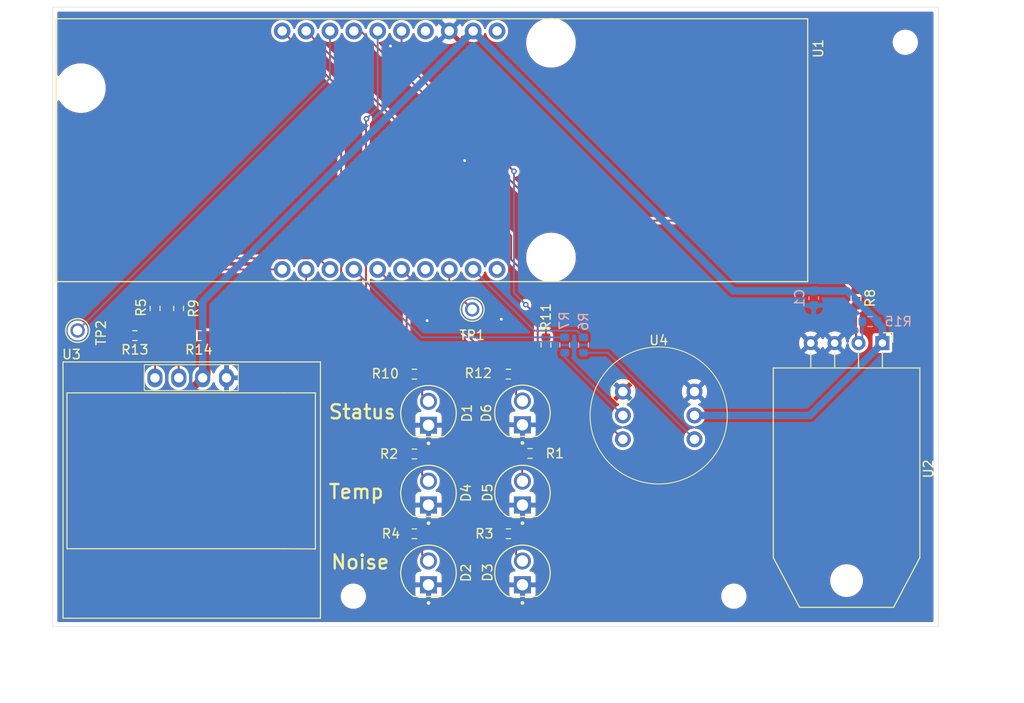
<source format=kicad_pcb>
(kicad_pcb (version 20241229) (generator "pcbnew") (generator_version "9.0")
  (layers (0 "F.Cu" signal) (2 "B.Cu" signal) (13 "F.Paste" user) (15 "B.Paste" user) (5 "F.SilkS" user "F.Silkscreen") (7 "B.SilkS" user "B.Silkscreen") (1 "F.Mask" user) (3 "B.Mask" user) (25 "Edge.Cuts" user))
  (net 0 "")
  (net 1 "+3.3V")
  (net 2 "GND")
  (net 3 "Net-(U1-GPIO2)")
  (net 4 "Net-(U1-GPIO4)")
  (net 5 "Net-(U2-SDA)")
  (net 6 "Net-(U1-GPIO13)")
  (net 7 "Net-(U3-SDA)")
  (net 8 "Net-(U3-SCL)")
  (net 9 "Net-(U1-GPIO15)")
  (net 10 "Net-(U1-GPIO16)")
  (net 15 "Net-(D2-PadA)")
  (net 16 "Net-(U1-GPI36)")
  (net 17 "Net-(U4-SCK)")
  (net 18 "Net-(U4-SD)")
  (net 19 "Net-(U4-WS)")
  (net 20 "Net-(D1-PadA)")
  (net 21 "Net-(D3-PadA)")
  (net 22 "Net-(D4-PadA)")
  (net 23 "Net-(D5-PadA)")
  (net 24 "Net-(D6-PadA)")
  (net 25 "Net-(U1-GPIO1)")
  (net 26 "Net-(U1-GPIO14)")
  (net 27 "Net-(U1-GPIO5)")
  (net 28 "Net-(U1-GPIO33)")
  (net 29 "Net-(U1-GPIO32)")
  (net 30 "Net-(U1-GPIO0)")
  (net 31 "Net-(U1-GPI35)")
  (net 32 "Net-(U1-GPIO3)")
  (footprint "Custom_Parts:5002" (layer "F.Cu") (at 77.65 80.95 -90)
    (property "Reference" "TP2" (at 0.25 -2.5 90) (layer "F.SilkS"))
    (property "Value" "5002" (hide yes))
    (fp_circle (center 0 0) (end 1.27 0) (stroke (width 0.127)) (fill no) (layer "F.SilkS"))
    (pad "TP" thru_hole circle (at 0 0 270) (size 1.53 1.53) (drill 1.02) (layers "*.Cu" "*.Mask") (net 32 "Net-(U1-GPIO3)"))
  )
  (footprint "Resistor_SMD:R_0603_1608Metric" (layer "F.Cu") (at 125.8 94.05)
    (property "Reference" "R1" (at 2.65 0 0) (layer "F.SilkS"))
    (property "Value" "68R" (hide yes))
    (fp_line (start -0.237258 -0.5225) (end 0.237258 -0.5225) (stroke (width 0.12)) (layer "F.SilkS"))
    (fp_line (start -0.237258 0.5225) (end 0.237258 0.5225) (stroke (width 0.12)) (layer "F.SilkS"))
    (pad "1" smd roundrect (at -0.825 0) (size 0.8 0.95) (layers "F.Cu" "F.Mask" "F.Paste") (net 23 "Net-(D5-PadA)"))
    (pad "2" smd roundrect (at 0.825 0) (size 0.8 0.95) (layers "F.Cu" "F.Mask" "F.Paste") (net 30 "Net-(U1-GPIO0)"))
  )
  (footprint "Custom_Parts:Standard_LED_Throughhole" (layer "F.Cu") (at 125 106.77 90)
    (property "Reference" "D3" (at 0.04 -3.708 90) (layer "F.SilkS"))
    (property "Value" "LED" (hide yes))
    (fp_line (start -2.5 -1.566) (end -2.5 1.566) (stroke (width 0.127)) (layer "F.SilkS"))
    (fp_arc (start -2.5 -1.566) (mid 2.961291 0) (end -2.5 1.566) (stroke (width 0.127)) (layer "F.SilkS"))
    (fp_circle (center -3.2 0) (end -3.1 0) (stroke (width 0.2)) (fill no) (layer "F.SilkS"))
    (pad "A" thru_hole circle (at 1.27 0 90) (size 1.815 1.815) (drill 1.21) (layers "*.Cu" "*.Mask") (net 21 "Net-(D3-PadA)"))
    (pad "C" thru_hole rect (at -1.27 0 90) (size 1.815 1.815) (drill 1.21) (layers "*.Cu" "*.Mask") (net 2 "GND"))
  )
  (footprint "Custom_Parts:INMP441" (layer "F.Cu") (at 139.5 90)
    (property "Reference" "U4" (at 0 -8 0) (layer "F.SilkS"))
    (property "Value" "INMP441" (hide yes))
    (fp_circle (center -3.81 -2.54) (end -2.5654 -2.54) (stroke (width 0.1)) (fill no) (layer "F.SilkS"))
    (fp_circle (center 0 0) (end 7.3 0) (stroke (width 0.1)) (fill no) (layer "F.SilkS"))
    (pad "1" thru_hole circle (at -3.81 -2.54) (size 1.7 1.7) (drill 1) (layers "*.Cu" "*.Mask") (net 2 "GND"))
    (pad "2" thru_hole circle (at 3.81 -2.54) (size 1.7 1.7) (drill 1) (layers "*.Cu" "*.Mask") (net 2 "GND"))
    (pad "3" thru_hole circle (at -3.81 0) (size 1.7 1.7) (drill 1) (layers "*.Cu" "*.Mask") (net 19 "Net-(U4-WS)"))
    (pad "4" thru_hole circle (at 3.81 0) (size 1.7 1.7) (drill 1) (layers "*.Cu" "*.Mask") (net 1 "+3.3V"))
    (pad "5" thru_hole circle (at -3.81 2.54) (size 1.7 1.7) (drill 1) (layers "*.Cu" "*.Mask") (net 17 "Net-(U4-SCK)"))
    (pad "6" thru_hole circle (at 3.81 2.54) (size 1.7 1.7) (drill 1) (layers "*.Cu" "*.Mask") (net 18 "Net-(U4-SD)"))
  )
  (footprint "MountingHole:MountingHole_2.2mm_M2" (layer "F.Cu") (at 165.75 50.25)
    (property "Reference" "H3" (hide yes))
    (property "Value" "MountingHole" (hide yes))
    (pad "" np_thru_hole circle (at 0 0) (size 2.2 2.2) (drill 2.2) (layers "*.Cu" "*.Mask"))
  )
  (footprint "Resistor_SMD:R_0603_1608Metric" (layer "F.Cu") (at 123.5 102.6 180)
    (property "Reference" "R3" (at 2.55 0 0) (layer "F.SilkS"))
    (property "Value" "68R" (hide yes))
    (fp_line (start -0.237258 0.5225) (end 0.237258 0.5225) (stroke (width 0.12)) (layer "F.SilkS"))
    (fp_line (start -0.237258 -0.5225) (end 0.237258 -0.5225) (stroke (width 0.12)) (layer "F.SilkS"))
    (pad "1" smd roundrect (at -0.825 0 180) (size 0.8 0.95) (layers "F.Cu" "F.Mask" "F.Paste") (net 21 "Net-(D3-PadA)"))
    (pad "2" smd roundrect (at 0.825 0 180) (size 0.8 0.95) (layers "F.Cu" "F.Mask" "F.Paste") (net 27 "Net-(U1-GPIO5)"))
  )
  (footprint "Resistor_SMD:R_0603_1608Metric" (layer "F.Cu") (at 90.575 81.5)
    (property "Reference" "R14" (at -0.025 1.5 0) (layer "F.SilkS"))
    (property "Value" "0R" (hide yes))
    (fp_line (start -0.237258 -0.5225) (end 0.237258 -0.5225) (stroke (width 0.12)) (layer "F.SilkS"))
    (fp_line (start -0.237258 0.5225) (end 0.237258 0.5225) (stroke (width 0.12)) (layer "F.SilkS"))
    (pad "1" smd roundrect (at -0.825 0) (size 0.8 0.95) (layers "F.Cu" "F.Mask" "F.Paste") (net 7 "Net-(U3-SDA)"))
    (pad "2" smd roundrect (at 0.825 0) (size 0.8 0.95) (layers "F.Cu" "F.Mask" "F.Paste") (net 1 "+3.3V"))
  )
  (footprint "MountingHole:MountingHole_2.2mm_M2" (layer "F.Cu") (at 147.5 109.25)
    (property "Reference" "H2" (hide yes))
    (property "Value" "MountingHole" (hide yes))
    (pad "" np_thru_hole circle (at 0 0) (size 2.2 2.2) (drill 2.2) (layers "*.Cu" "*.Mask"))
  )
  (footprint "MountingHole:MountingHole_2.2mm_M2" (layer "F.Cu") (at 107 109.25)
    (property "Reference" "H1" (hide yes))
    (property "Value" "MountingHole" (hide yes))
    (pad "" np_thru_hole circle (at 0 0) (size 2.2 2.2) (drill 2.2) (layers "*.Cu" "*.Mask"))
  )
  (footprint "Custom_Parts:5002" (layer "F.Cu") (at 119.65 78.7 180)
    (property "Reference" "TP1" (at 0 -2.75 0) (layer "F.SilkS"))
    (property "Value" "5002" (hide yes))
    (fp_circle (center 0 0) (end 1.27 0) (stroke (width 0.127)) (fill no) (layer "F.SilkS"))
    (pad "TP" thru_hole circle (at 0 0 180) (size 1.53 1.53) (drill 1.02) (layers "*.Cu" "*.Mask") (net 31 "Net-(U1-GPI35)"))
  )
  (footprint "Custom_Parts:ESP32-POE" (layer "F.Cu") (at 115.363 61.75 -90)
    (property "Reference" "U1" (at -10.825 -41.135 90) (layer "F.SilkS"))
    (property "Value" "ESP32-POE")
    (fp_line (start -14 40) (end 14 40) (stroke (width 0.127)) (layer "F.SilkS"))
    (fp_line (start 14 40) (end 14 -40) (stroke (width 0.127)) (layer "F.SilkS"))
    (fp_line (start -14 -40) (end -14 40) (stroke (width 0.127)) (layer "F.SilkS"))
    (fp_line (start 14 -40) (end -14 -40) (stroke (width 0.127)) (layer "F.SilkS"))
    (pad "" np_thru_hole circle (at -11.44 -12.675 270) (size 2.2 2.2) (drill 2.2) (layers "*.Cu" "*.Mask"))
    (pad "" np_thru_hole circle (at -6.614 37.363 270) (size 2.2 2.2) (drill 2.2) (layers "*.Cu" "*.Mask"))
    (pad "" np_thru_hole circle (at 11.42 -12.675 270) (size 2.2 2.2) (drill 2.2) (layers "*.Cu" "*.Mask"))
    (pad "EXT1_1" thru_hole circle (at -12.7 -6.93 270) (size 1.778 1.778) (drill 1) (layers "*.Cu" "*.Mask"))
    (pad "EXT1_2" thru_hole circle (at -12.7 -4.39 270) (size 1.778 1.778) (drill 1) (layers "*.Cu" "*.Mask") (net 1 "+3.3V"))
    (pad "EXT1_3" thru_hole circle (at -12.7 -1.85 270) (size 1.778 1.778) (drill 1) (layers "*.Cu" "*.Mask") (net 2 "GND"))
    (pad "EXT1_4" thru_hole circle (at -12.7 0.69 270) (size 1.778 1.778) (drill 1) (layers "*.Cu" "*.Mask"))
    (pad "EXT1_5" thru_hole circle (at -12.7 3.23 270) (size 1.778 1.778) (drill 1) (layers "*.Cu" "*.Mask") (net 30 "Net-(U1-GPIO0)"))
    (pad "EXT1_6" thru_hole circle (at -12.7 5.77 270) (size 1.778 1.778) (drill 1) (layers "*.Cu" "*.Mask") (net 25 "Net-(U1-GPIO1)"))
    (pad "EXT1_7" thru_hole circle (at -12.7 8.31 270) (size 1.778 1.778) (drill 1) (layers "*.Cu" "*.Mask") (net 3 "Net-(U1-GPIO2)"))
    (pad "EXT1_8" thru_hole circle (at -12.7 10.85 270) (size 1.778 1.778) (drill 1) (layers "*.Cu" "*.Mask") (net 32 "Net-(U1-GPIO3)"))
    (pad "EXT1_9" thru_hole circle (at -12.7 13.39 270) (size 1.778 1.778) (drill 1) (layers "*.Cu" "*.Mask") (net 4 "Net-(U1-GPIO4)"))
    (pad "EXT1_10" thru_hole circle (at -12.7 15.93 270) (size 1.778 1.778) (drill 1) (layers "*.Cu" "*.Mask") (net 27 "Net-(U1-GPIO5)"))
    (pad "EXT2_1" thru_hole circle (at 12.7 -6.93 270) (size 1.778 1.778) (drill 1) (layers "*.Cu" "*.Mask"))
    (pad "EXT2_2" thru_hole circle (at 12.7 -4.39 270) (size 1.778 1.778) (drill 1) (layers "*.Cu" "*.Mask") (net 16 "Net-(U1-GPI36)"))
    (pad "EXT2_3" thru_hole circle (at 12.7 -1.85 270) (size 1.778 1.778) (drill 1) (layers "*.Cu" "*.Mask") (net 31 "Net-(U1-GPI35)"))
    (pad "EXT2_4" thru_hole circle (at 12.7 0.69 270) (size 1.778 1.778) (drill 1) (layers "*.Cu" "*.Mask"))
    (pad "EXT2_5" thru_hole circle (at 12.7 3.23 270) (size 1.778 1.778) (drill 1) (layers "*.Cu" "*.Mask") (net 28 "Net-(U1-GPIO33)"))
    (pad "EXT2_6" thru_hole circle (at 12.7 5.77 270) (size 1.778 1.778) (drill 1) (layers "*.Cu" "*.Mask") (net 29 "Net-(U1-GPIO32)"))
    (pad "EXT2_7" thru_hole circle (at 12.7 8.31 270) (size 1.778 1.778) (drill 1) (layers "*.Cu" "*.Mask") (net 10 "Net-(U1-GPIO16)"))
    (pad "EXT2_8" thru_hole circle (at 12.7 10.85 270) (size 1.778 1.778) (drill 1) (layers "*.Cu" "*.Mask") (net 9 "Net-(U1-GPIO15)"))
    (pad "EXT2_9" thru_hole circle (at 12.7 13.39 270) (size 1.778 1.778) (drill 1) (layers "*.Cu" "*.Mask") (net 26 "Net-(U1-GPIO14)"))
    (pad "EXT2_10" thru_hole circle (at 12.7 15.93 270) (size 1.778 1.778) (drill 1) (layers "*.Cu" "*.Mask") (net 6 "Net-(U1-GPIO13)"))
    (zone (net 0) (net_name "") (layer "F.Cu") (connect_pads (clearance 0)) (min_thickness 2.65)
      (keepout (tracks not_allowed) (vias not_allowed) (pads not_allowed) (copperpour not_allowed) (footprints allowed))
      (fill (thermal_gap 0.508) (thermal_bridge_width 0.508))
      (polygon (pts (xy 78 57.786) (xy 77.740255 57.77324) (xy 77.483011 57.735081) (xy 77.230746 57.671892) (xy 76.985889 57.584281) (xy 76.750799 57.473091) (xy 76.527739 57.339394) (xy 76.318858 57.184478) (xy 76.126167 57.009833) (xy 75.951522 56.817142) (xy 75.796606 56.608261) (xy 75.662909 56.385201) (xy 75.551719 56.150111) (xy 75.464108 55.905254) (xy 75.400919 55.652989) (xy 75.36276 55.395745) (xy 75.35 55.136) (xy 75.36276 54.876255) (xy 75.400919 54.619011) (xy 75.464108 54.366746) (xy 75.551719 54.121889) (xy 75.662909 53.886799) (xy 75.796606 53.663739) (xy 75.951522 53.454858) (xy 76.126167 53.262167) (xy 76.318858 53.087522) (xy 76.527739 52.932606) (xy 76.750799 52.798909) (xy 76.985889 52.687719) (xy 77.230746 52.600108) (xy 77.483011 52.536919) (xy 77.740255 52.49876) (xy 78 52.486) (xy 78.259745 52.49876) (xy 78.516989 52.536919) (xy 78.769254 52.600108) (xy 79.014111 52.687719) (xy 79.249201 52.798909) (xy 79.472261 52.932606) (xy 79.681142 53.087522) (xy 79.873833 53.262167) (xy 80.048478 53.454858) (xy 80.203394 53.663739) (xy 80.337091 53.886799) (xy 80.448281 54.121889) (xy 80.535892 54.366746) (xy 80.599081 54.619011) (xy 80.63724 54.876255) (xy 80.65 55.136) (xy 80.63724 55.395745) (xy 80.599081 55.652989) (xy 80.535892 55.905254) (xy 80.448281 56.150111) (xy 80.337091 56.385201) (xy 80.203394 56.608261) (xy 80.048478 56.817142) (xy 79.873833 57.009833) (xy 79.681142 57.184478) (xy 79.472261 57.339394) (xy 79.249201 57.473091) (xy 79.014111 57.584281) (xy 78.769254 57.671892) (xy 78.516989 57.735081) (xy 78.259745 57.77324)))
    )
    (zone (net 0) (net_name "") (layer "F.Cu") (connect_pads (clearance 0)) (min_thickness 2.65)
      (keepout (tracks not_allowed) (vias not_allowed) (pads not_allowed) (copperpour not_allowed) (footprints allowed))
      (fill (thermal_gap 0.508) (thermal_bridge_width 0.508))
      (polygon (pts (xy 128.038 52.96) (xy 127.778255 52.94724) (xy 127.521011 52.909081) (xy 127.268746 52.845892) (xy 127.023889 52.758281) (xy 126.788799 52.647091) (xy 126.565739 52.513394) (xy 126.356858 52.358478) (xy 126.164167 52.183833) (xy 125.989522 51.991142) (xy 125.834606 51.782261) (xy 125.700909 51.559201) (xy 125.589719 51.324111) (xy 125.502108 51.079254) (xy 125.438919 50.826989) (xy 125.40076 50.569745) (xy 125.388 50.31) (xy 125.40076 50.050255) (xy 125.438919 49.793011) (xy 125.502108 49.540746) (xy 125.589719 49.295889) (xy 125.700909 49.060799) (xy 125.834606 48.837739) (xy 125.989522 48.628858) (xy 126.164167 48.436167) (xy 126.356858 48.261522) (xy 126.565739 48.106606) (xy 126.788799 47.972909) (xy 127.023889 47.861719) (xy 127.268746 47.774108) (xy 127.521011 47.710919) (xy 127.778255 47.67276) (xy 128.038 47.66) (xy 128.297745 47.67276) (xy 128.554989 47.710919) (xy 128.807254 47.774108) (xy 129.052111 47.861719) (xy 129.287201 47.972909) (xy 129.510261 48.106606) (xy 129.719142 48.261522) (xy 129.911833 48.436167) (xy 130.086478 48.628858) (xy 130.241394 48.837739) (xy 130.375091 49.060799) (xy 130.486281 49.295889) (xy 130.573892 49.540746) (xy 130.637081 49.793011) (xy 130.67524 50.050255) (xy 130.688 50.31) (xy 130.67524 50.569745) (xy 130.637081 50.826989) (xy 130.573892 51.079254) (xy 130.486281 51.324111) (xy 130.375091 51.559201) (xy 130.241394 51.782261) (xy 130.086478 51.991142) (xy 129.911833 52.183833) (xy 129.719142 52.358478) (xy 129.510261 52.513394) (xy 129.287201 52.647091) (xy 129.052111 52.758281) (xy 128.807254 52.845892) (xy 128.554989 52.909081) (xy 128.297745 52.94724)))
    )
    (zone (net 0) (net_name "") (layer "F.Cu") (connect_pads (clearance 0)) (min_thickness 2.65)
      (keepout (tracks not_allowed) (vias not_allowed) (pads not_allowed) (copperpour not_allowed) (footprints allowed))
      (fill (thermal_gap 0.508) (thermal_bridge_width 0.508))
      (polygon (pts (xy 128.038 75.82) (xy 127.778255 75.80724) (xy 127.521011 75.769081) (xy 127.268746 75.705892) (xy 127.023889 75.618281) (xy 126.788799 75.507091) (xy 126.565739 75.373394) (xy 126.356858 75.218478) (xy 126.164167 75.043833) (xy 125.989522 74.851142) (xy 125.834606 74.642261) (xy 125.700909 74.419201) (xy 125.589719 74.184111) (xy 125.502108 73.939254) (xy 125.438919 73.686989) (xy 125.40076 73.429745) (xy 125.388 73.17) (xy 125.40076 72.910255) (xy 125.438919 72.653011) (xy 125.502108 72.400746) (xy 125.589719 72.155889) (xy 125.700909 71.920799) (xy 125.834606 71.697739) (xy 125.989522 71.488858) (xy 126.164167 71.296167) (xy 126.356858 71.121522) (xy 126.565739 70.966606) (xy 126.788799 70.832909) (xy 127.023889 70.721719) (xy 127.268746 70.634108) (xy 127.521011 70.570919) (xy 127.778255 70.53276) (xy 128.038 70.52) (xy 128.297745 70.53276) (xy 128.554989 70.570919) (xy 128.807254 70.634108) (xy 129.052111 70.721719) (xy 129.287201 70.832909) (xy 129.510261 70.966606) (xy 129.719142 71.121522) (xy 129.911833 71.296167) (xy 130.086478 71.488858) (xy 130.241394 71.697739) (xy 130.375091 71.920799) (xy 130.486281 72.155889) (xy 130.573892 72.400746) (xy 130.637081 72.653011) (xy 130.67524 72.910255) (xy 130.688 73.17) (xy 130.67524 73.429745) (xy 130.637081 73.686989) (xy 130.573892 73.939254) (xy 130.486281 74.184111) (xy 130.375091 74.419201) (xy 130.241394 74.642261) (xy 130.086478 74.851142) (xy 129.911833 75.043833) (xy 129.719142 75.218478) (xy 129.510261 75.373394) (xy 129.287201 75.507091) (xy 129.052111 75.618281) (xy 128.807254 75.705892) (xy 128.554989 75.769081) (xy 128.297745 75.80724)))
    )
    (zone (net 0) (net_name "") (layer "B.Cu") (connect_pads (clearance 0)) (min_thickness 2.65)
      (keepout (tracks not_allowed) (vias not_allowed) (pads not_allowed) (copperpour not_allowed) (footprints allowed))
      (fill (thermal_gap 0.508) (thermal_bridge_width 0.508))
      (polygon (pts (xy 78 57.786) (xy 77.740255 57.77324) (xy 77.483011 57.735081) (xy 77.230746 57.671892) (xy 76.985889 57.584281) (xy 76.750799 57.473091) (xy 76.527739 57.339394) (xy 76.318858 57.184478) (xy 76.126167 57.009833) (xy 75.951522 56.817142) (xy 75.796606 56.608261) (xy 75.662909 56.385201) (xy 75.551719 56.150111) (xy 75.464108 55.905254) (xy 75.400919 55.652989) (xy 75.36276 55.395745) (xy 75.35 55.136) (xy 75.36276 54.876255) (xy 75.400919 54.619011) (xy 75.464108 54.366746) (xy 75.551719 54.121889) (xy 75.662909 53.886799) (xy 75.796606 53.663739) (xy 75.951522 53.454858) (xy 76.126167 53.262167) (xy 76.318858 53.087522) (xy 76.527739 52.932606) (xy 76.750799 52.798909) (xy 76.985889 52.687719) (xy 77.230746 52.600108) (xy 77.483011 52.536919) (xy 77.740255 52.49876) (xy 78 52.486) (xy 78.259745 52.49876) (xy 78.516989 52.536919) (xy 78.769254 52.600108) (xy 79.014111 52.687719) (xy 79.249201 52.798909) (xy 79.472261 52.932606) (xy 79.681142 53.087522) (xy 79.873833 53.262167) (xy 80.048478 53.454858) (xy 80.203394 53.663739) (xy 80.337091 53.886799) (xy 80.448281 54.121889) (xy 80.535892 54.366746) (xy 80.599081 54.619011) (xy 80.63724 54.876255) (xy 80.65 55.136) (xy 80.63724 55.395745) (xy 80.599081 55.652989) (xy 80.535892 55.905254) (xy 80.448281 56.150111) (xy 80.337091 56.385201) (xy 80.203394 56.608261) (xy 80.048478 56.817142) (xy 79.873833 57.009833) (xy 79.681142 57.184478) (xy 79.472261 57.339394) (xy 79.249201 57.473091) (xy 79.014111 57.584281) (xy 78.769254 57.671892) (xy 78.516989 57.735081) (xy 78.259745 57.77324)))
    )
    (zone (net 0) (net_name "") (layer "B.Cu") (connect_pads (clearance 0)) (min_thickness 2.65)
      (keepout (tracks not_allowed) (vias not_allowed) (pads not_allowed) (copperpour not_allowed) (footprints allowed))
      (fill (thermal_gap 0.508) (thermal_bridge_width 0.508))
      (polygon (pts (xy 128.038 52.96) (xy 127.778255 52.94724) (xy 127.521011 52.909081) (xy 127.268746 52.845892) (xy 127.023889 52.758281) (xy 126.788799 52.647091) (xy 126.565739 52.513394) (xy 126.356858 52.358478) (xy 126.164167 52.183833) (xy 125.989522 51.991142) (xy 125.834606 51.782261) (xy 125.700909 51.559201) (xy 125.589719 51.324111) (xy 125.502108 51.079254) (xy 125.438919 50.826989) (xy 125.40076 50.569745) (xy 125.388 50.31) (xy 125.40076 50.050255) (xy 125.438919 49.793011) (xy 125.502108 49.540746) (xy 125.589719 49.295889) (xy 125.700909 49.060799) (xy 125.834606 48.837739) (xy 125.989522 48.628858) (xy 126.164167 48.436167) (xy 126.356858 48.261522) (xy 126.565739 48.106606) (xy 126.788799 47.972909) (xy 127.023889 47.861719) (xy 127.268746 47.774108) (xy 127.521011 47.710919) (xy 127.778255 47.67276) (xy 128.038 47.66) (xy 128.297745 47.67276) (xy 128.554989 47.710919) (xy 128.807254 47.774108) (xy 129.052111 47.861719) (xy 129.287201 47.972909) (xy 129.510261 48.106606) (xy 129.719142 48.261522) (xy 129.911833 48.436167) (xy 130.086478 48.628858) (xy 130.241394 48.837739) (xy 130.375091 49.060799) (xy 130.486281 49.295889) (xy 130.573892 49.540746) (xy 130.637081 49.793011) (xy 130.67524 50.050255) (xy 130.688 50.31) (xy 130.67524 50.569745) (xy 130.637081 50.826989) (xy 130.573892 51.079254) (xy 130.486281 51.324111) (xy 130.375091 51.559201) (xy 130.241394 51.782261) (xy 130.086478 51.991142) (xy 129.911833 52.183833) (xy 129.719142 52.358478) (xy 129.510261 52.513394) (xy 129.287201 52.647091) (xy 129.052111 52.758281) (xy 128.807254 52.845892) (xy 128.554989 52.909081) (xy 128.297745 52.94724)))
    )
    (zone (net 0) (net_name "") (layer "B.Cu") (connect_pads (clearance 0)) (min_thickness 2.65)
      (keepout (tracks not_allowed) (vias not_allowed) (pads not_allowed) (copperpour not_allowed) (footprints allowed))
      (fill (thermal_gap 0.508) (thermal_bridge_width 0.508))
      (polygon (pts (xy 128.038 75.82) (xy 127.778255 75.80724) (xy 127.521011 75.769081) (xy 127.268746 75.705892) (xy 127.023889 75.618281) (xy 126.788799 75.507091) (xy 126.565739 75.373394) (xy 126.356858 75.218478) (xy 126.164167 75.043833) (xy 125.989522 74.851142) (xy 125.834606 74.642261) (xy 125.700909 74.419201) (xy 125.589719 74.184111) (xy 125.502108 73.939254) (xy 125.438919 73.686989) (xy 125.40076 73.429745) (xy 125.388 73.17) (xy 125.40076 72.910255) (xy 125.438919 72.653011) (xy 125.502108 72.400746) (xy 125.589719 72.155889) (xy 125.700909 71.920799) (xy 125.834606 71.697739) (xy 125.989522 71.488858) (xy 126.164167 71.296167) (xy 126.356858 71.121522) (xy 126.565739 70.966606) (xy 126.788799 70.832909) (xy 127.023889 70.721719) (xy 127.268746 70.634108) (xy 127.521011 70.570919) (xy 127.778255 70.53276) (xy 128.038 70.52) (xy 128.297745 70.53276) (xy 128.554989 70.570919) (xy 128.807254 70.634108) (xy 129.052111 70.721719) (xy 129.287201 70.832909) (xy 129.510261 70.966606) (xy 129.719142 71.121522) (xy 129.911833 71.296167) (xy 130.086478 71.488858) (xy 130.241394 71.697739) (xy 130.375091 71.920799) (xy 130.486281 72.155889) (xy 130.573892 72.400746) (xy 130.637081 72.653011) (xy 130.67524 72.910255) (xy 130.688 73.17) (xy 130.67524 73.429745) (xy 130.637081 73.686989) (xy 130.573892 73.939254) (xy 130.486281 74.184111) (xy 130.375091 74.419201) (xy 130.241394 74.642261) (xy 130.086478 74.851142) (xy 129.911833 75.043833) (xy 129.719142 75.218478) (xy 129.510261 75.373394) (xy 129.287201 75.507091) (xy 129.052111 75.618281) (xy 128.807254 75.705892) (xy 128.554989 75.769081) (xy 128.297745 75.80724)))
    )
  )
  (footprint "Resistor_SMD:R_0603_1608Metric" (layer "F.Cu") (at 127.5 82.5 90)
    (property "Reference" "R11" (at 3 0 90) (layer "F.SilkS"))
    (property "Value" "0R" (hide yes))
    (fp_line (start -0.237258 -0.5225) (end 0.237258 -0.5225) (stroke (width 0.12)) (layer "F.SilkS"))
    (fp_line (start -0.237258 0.5225) (end 0.237258 0.5225) (stroke (width 0.12)) (layer "F.SilkS"))
    (pad "1" smd roundrect (at -0.825 0 90) (size 0.8 0.95) (layers "F.Cu" "F.Mask" "F.Paste") (net 17 "Net-(U4-SCK)"))
    (pad "2" smd roundrect (at 0.825 0 90) (size 0.8 0.95) (layers "F.Cu" "F.Mask" "F.Paste") (net 4 "Net-(U1-GPIO4)"))
  )
  (footprint "Resistor_SMD:R_0603_1608Metric" (layer "F.Cu") (at 113.5 102.6 180)
    (property "Reference" "R4" (at 2.5 0 0) (layer "F.SilkS"))
    (property "Value" "68R" (hide yes))
    (fp_line (start -0.237258 0.5225) (end 0.237258 0.5225) (stroke (width 0.12)) (layer "F.SilkS"))
    (fp_line (start -0.237258 -0.5225) (end 0.237258 -0.5225) (stroke (width 0.12)) (layer "F.SilkS"))
    (pad "1" smd roundrect (at -0.825 0 180) (size 0.8 0.95) (layers "F.Cu" "F.Mask" "F.Paste") (net 15 "Net-(D2-PadA)"))
    (pad "2" smd roundrect (at 0.825 0 180) (size 0.8 0.95) (layers "F.Cu" "F.Mask" "F.Paste") (net 26 "Net-(U1-GPIO14)"))
  )
  (footprint "Custom_Parts:Standard_LED_Throughhole" (layer "F.Cu") (at 115 89.77 90)
    (property "Reference" "D1" (at 0.02 4.1 90) (layer "F.SilkS"))
    (property "Value" "LED" (hide yes))
    (fp_line (start -2.5 -1.566) (end -2.5 1.566) (stroke (width 0.127)) (layer "F.SilkS"))
    (fp_arc (start -2.5 -1.566) (mid 2.961291 0) (end -2.5 1.566) (stroke (width 0.127)) (layer "F.SilkS"))
    (fp_circle (center -3.2 0) (end -3.1 0) (stroke (width 0.2)) (fill no) (layer "F.SilkS"))
    (pad "A" thru_hole circle (at 1.27 0 90) (size 1.815 1.815) (drill 1.21) (layers "*.Cu" "*.Mask") (net 20 "Net-(D1-PadA)"))
    (pad "C" thru_hole rect (at -1.27 0 90) (size 1.815 1.815) (drill 1.21) (layers "*.Cu" "*.Mask") (net 2 "GND"))
  )
  (footprint "Custom_Parts:Standard_LED_Throughhole" (layer "F.Cu") (at 125 98.27 90)
    (property "Reference" "D5" (at 0.04 -3.708 90) (layer "F.SilkS"))
    (property "Value" "LED" (hide yes))
    (fp_line (start -2.5 -1.566) (end -2.5 1.566) (stroke (width 0.127)) (layer "F.SilkS"))
    (fp_arc (start -2.5 -1.566) (mid 2.961291 0) (end -2.5 1.566) (stroke (width 0.127)) (layer "F.SilkS"))
    (fp_circle (center -3.2 0) (end -3.1 0) (stroke (width 0.2)) (fill no) (layer "F.SilkS"))
    (pad "A" thru_hole circle (at 1.27 0 90) (size 1.815 1.815) (drill 1.21) (layers "*.Cu" "*.Mask") (net 23 "Net-(D5-PadA)"))
    (pad "C" thru_hole rect (at -1.27 0 90) (size 1.815 1.815) (drill 1.21) (layers "*.Cu" "*.Mask") (net 2 "GND"))
  )
  (footprint "Resistor_SMD:R_0603_1608Metric" (layer "F.Cu") (at 85.9 78.6 90)
    (property "Reference" "R5" (at 0.1 -1.5 90) (layer "F.SilkS"))
    (property "Value" "0R" (hide yes))
    (fp_line (start -0.237258 -0.5225) (end 0.237258 -0.5225) (stroke (width 0.12)) (layer "F.SilkS"))
    (fp_line (start -0.237258 0.5225) (end 0.237258 0.5225) (stroke (width 0.12)) (layer "F.SilkS"))
    (pad "1" smd roundrect (at -0.825 0 90) (size 0.8 0.95) (layers "F.Cu" "F.Mask" "F.Paste") (net 8 "Net-(U3-SCL)"))
    (pad "2" smd roundrect (at 0.825 0 90) (size 0.8 0.95) (layers "F.Cu" "F.Mask" "F.Paste") (net 9 "Net-(U1-GPIO15)"))
  )
  (footprint "Sensor:ASAIR_AM2302_P2.54mm_Lead2.75mm_TabDown" (layer "F.Cu") (at 163.31 82.2925 -90)
    (property "Reference" "U2" (at 13.4 -4.9 90) (layer "F.SilkS"))
    (property "Value" "AM2302")
    (fp_line (start 2.65 11.61) (end 2.65 -3.99) (stroke (width 0.12)) (layer "F.SilkS"))
    (fp_line (start 22.85 11.61) (end 2.65 11.61) (stroke (width 0.12)) (layer "F.SilkS"))
    (fp_line (start 28.15 8.81) (end 22.85 11.61) (stroke (width 0.12)) (layer "F.SilkS"))
    (fp_line (start 1.01 7.62) (end 2.65 7.62) (stroke (width 0.12)) (layer "F.SilkS"))
    (fp_line (start 1.01 5.08) (end 2.65 5.08) (stroke (width 0.12)) (layer "F.SilkS"))
    (fp_line (start 1.01 2.54) (end 2.65 2.54) (stroke (width 0.12)) (layer "F.SilkS"))
    (fp_line (start 1.01 0) (end 2.65 0) (stroke (width 0.12)) (layer "F.SilkS"))
    (fp_line (start -1.1 -0.1) (end -1.1 -1.1) (stroke (width 0.12)) (layer "F.SilkS"))
    (fp_line (start -1.1 -1.1) (end -0.1 -1.1) (stroke (width 0.12)) (layer "F.SilkS"))
    (fp_line (start 28.15 -1.19) (end 28.15 8.81) (stroke (width 0.12)) (layer "F.SilkS"))
    (fp_line (start 2.65 -3.99) (end 22.85 -3.99) (stroke (width 0.12)) (layer "F.SilkS"))
    (fp_line (start 22.85 -3.99) (end 28.15 -1.19) (stroke (width 0.12)) (layer "F.SilkS"))
    (pad "" np_thru_hole circle (at 25.3 3.81 270) (size 3 3) (drill 3) (layers "*.Cu" "*.Mask"))
    (pad "1" thru_hole rect (at 0 0 270) (size 1.5 1.5) (drill 0.8) (layers "*.Cu" "*.Mask") (net 1 "+3.3V"))
    (pad "2" thru_hole circle (at 0 2.54 270) (size 1.5 1.5) (drill 0.8) (layers "*.Cu" "*.Mask") (net 5 "Net-(U2-SDA)"))
    (pad "3" thru_hole circle (at 0 5.08 270) (size 1.5 1.5) (drill 0.8) (layers "*.Cu" "*.Mask") (net 2 "GND"))
    (pad "4" thru_hole circle (at 0 7.62 270) (size 1.5 1.5) (drill 0.8) (layers "*.Cu" "*.Mask") (net 2 "GND"))
  )
  (footprint "Resistor_SMD:R_0603_1608Metric" (layer "F.Cu") (at 83.75 81.5 180)
    (property "Reference" "R13" (at 0 -1.5 0) (layer "F.SilkS"))
    (property "Value" "0R" (hide yes))
    (fp_line (start -0.237258 0.5225) (end 0.237258 0.5225) (stroke (width 0.12)) (layer "F.SilkS"))
    (fp_line (start -0.237258 -0.5225) (end 0.237258 -0.5225) (stroke (width 0.12)) (layer "F.SilkS"))
    (pad "1" smd roundrect (at -0.825 0 180) (size 0.8 0.95) (layers "F.Cu" "F.Mask" "F.Paste") (net 8 "Net-(U3-SCL)"))
    (pad "2" smd roundrect (at 0.825 0 180) (size 0.8 0.95) (layers "F.Cu" "F.Mask" "F.Paste") (net 1 "+3.3V"))
  )
  (footprint "Custom_Parts:SSD1306" (layer "F.Cu") (at 89.5 96.6)
    (property "Reference" "U3" (at -12.5 -13.1 0) (layer "F.SilkS"))
    (property "Value" "SSD1306" (hide yes))
    (fp_line (start -13.4 -12.3) (end 14 -12.3) (stroke (width 0.12)) (layer "F.SilkS"))
    (fp_line (start -13.4 15) (end -13.4 -12.3) (stroke (width 0.12)) (layer "F.SilkS"))
    (fp_line (start -12.978 -9.005) (end 10.122 -9.005) (stroke (width 0.12)) (layer "F.SilkS"))
    (fp_line (start -12.978 7.595) (end -12.978 -9.005) (stroke (width 0.12)) (layer "F.SilkS"))
    (fp_line (start 10.122 -9.005) (end 13.208 -9.005) (stroke (width 0.12)) (layer "F.SilkS"))
    (fp_line (start 10.122 7.595) (end -12.978 7.595) (stroke (width 0.12)) (layer "F.SilkS"))
    (fp_line (start 10.122 7.595) (end 13.462 7.62) (stroke (width 0.12)) (layer "F.SilkS"))
    (fp_line (start 13.462 -9.017) (end 13.208 -9.005) (stroke (width 0.12)) (layer "F.SilkS"))
    (fp_line (start 13.462 7.62) (end 13.462 -9.017) (stroke (width 0.12)) (layer "F.SilkS"))
    (fp_line (start 14 -12.3) (end 14 15) (stroke (width 0.12)) (layer "F.SilkS"))
    (fp_line (start 14 15) (end -13.4 15) (stroke (width 0.12)) (layer "F.SilkS"))
    (fp_rect (start -4.75 -12) (end 5.25 -9.25) (stroke (width 0.1)) (fill no) (layer "F.SilkS"))
    (pad "1" thru_hole oval (at -3.62 -10.6 90) (size 2 1.6) (drill 1) (layers "*.Cu" "*.Mask") (net 8 "Net-(U3-SCL)"))
    (pad "2" thru_hole oval (at -1.08 -10.6 90) (size 2 1.6) (drill 1) (layers "*.Cu" "*.Mask") (net 7 "Net-(U3-SDA)"))
    (pad "3" thru_hole oval (at 1.46 -10.6 90) (size 2 1.6) (drill 1) (layers "*.Cu" "*.Mask") (net 1 "+3.3V"))
    (pad "4" thru_hole oval (at 4 -10.6 90) (size 2 1.6) (drill 1) (layers "*.Cu" "*.Mask") (net 2 "GND"))
  )
  (footprint "Resistor_SMD:R_0603_1608Metric" (layer "F.Cu") (at 113.5 94.1 180)
    (property "Reference" "R2" (at 2.7 0 0) (layer "F.SilkS"))
    (property "Value" "68R" (hide yes))
    (fp_line (start -0.237258 0.5225) (end 0.237258 0.5225) (stroke (width 0.12)) (layer "F.SilkS"))
    (fp_line (start -0.237258 -0.5225) (end 0.237258 -0.5225) (stroke (width 0.12)) (layer "F.SilkS"))
    (pad "1" smd roundrect (at -0.825 0 180) (size 0.8 0.95) (layers "F.Cu" "F.Mask" "F.Paste") (net 22 "Net-(D4-PadA)"))
    (pad "2" smd roundrect (at 0.825 0 180) (size 0.8 0.95) (layers "F.Cu" "F.Mask" "F.Paste") (net 25 "Net-(U1-GPIO1)"))
  )
  (footprint "Custom_Parts:Standard_LED_Throughhole" (layer "F.Cu") (at 115 106.77 90)
    (property "Reference" "D2" (at 0 4 90) (layer "F.SilkS"))
    (property "Value" "LED" (hide yes))
    (fp_line (start -2.5 -1.566) (end -2.5 1.566) (stroke (width 0.127)) (layer "F.SilkS"))
    (fp_arc (start -2.5 -1.566) (mid 2.961291 0) (end -2.5 1.566) (stroke (width 0.127)) (layer "F.SilkS"))
    (fp_circle (center -3.2 0) (end -3.1 0) (stroke (width 0.2)) (fill no) (layer "F.SilkS"))
    (pad "A" thru_hole circle (at 1.27 0 90) (size 1.815 1.815) (drill 1.21) (layers "*.Cu" "*.Mask") (net 15 "Net-(D2-PadA)"))
    (pad "C" thru_hole rect (at -1.27 0 90) (size 1.815 1.815) (drill 1.21) (layers "*.Cu" "*.Mask") (net 2 "GND"))
  )
  (footprint "Custom_Parts:Standard_LED_Throughhole" (layer "F.Cu") (at 115 98.27 90)
    (property "Reference" "D4" (at 0.02 4 90) (layer "F.SilkS"))
    (property "Value" "LED" (hide yes))
    (fp_line (start -2.5 -1.566) (end -2.5 1.566) (stroke (width 0.127)) (layer "F.SilkS"))
    (fp_arc (start -2.5 -1.566) (mid 2.961291 0) (end -2.5 1.566) (stroke (width 0.127)) (layer "F.SilkS"))
    (fp_circle (center -3.2 0) (end -3.1 0) (stroke (width 0.2)) (fill no) (layer "F.SilkS"))
    (pad "A" thru_hole circle (at 1.27 0 90) (size 1.815 1.815) (drill 1.21) (layers "*.Cu" "*.Mask") (net 22 "Net-(D4-PadA)"))
    (pad "C" thru_hole rect (at -1.27 0 90) (size 1.815 1.815) (drill 1.21) (layers "*.Cu" "*.Mask") (net 2 "GND"))
  )
  (footprint "Resistor_SMD:R_0603_1608Metric" (layer "F.Cu") (at 113.5 85.6)
    (property "Reference" "R10" (at -3.1 -0.05 0) (layer "F.SilkS"))
    (property "Value" "68R" (hide yes))
    (fp_line (start -0.237258 -0.5225) (end 0.237258 -0.5225) (stroke (width 0.12)) (layer "F.SilkS"))
    (fp_line (start -0.237258 0.5225) (end 0.237258 0.5225) (stroke (width 0.12)) (layer "F.SilkS"))
    (pad "1" smd roundrect (at -0.825 0) (size 0.8 0.95) (layers "F.Cu" "F.Mask" "F.Paste") (net 29 "Net-(U1-GPIO32)"))
    (pad "2" smd roundrect (at 0.825 0) (size 0.8 0.95) (layers "F.Cu" "F.Mask" "F.Paste") (net 20 "Net-(D1-PadA)"))
  )
  (footprint "Resistor_SMD:R_0603_1608Metric" (layer "F.Cu") (at 160.5 77.5 90)
    (property "Reference" "R8" (at 0 1.5 90) (layer "F.SilkS"))
    (property "Value" "0R" (hide yes))
    (fp_line (start -0.237258 -0.5225) (end 0.237258 -0.5225) (stroke (width 0.12)) (layer "F.SilkS"))
    (fp_line (start -0.237258 0.5225) (end 0.237258 0.5225) (stroke (width 0.12)) (layer "F.SilkS"))
    (pad "1" smd roundrect (at -0.825 0 90) (size 0.8 0.95) (layers "F.Cu" "F.Mask" "F.Paste") (net 5 "Net-(U2-SDA)"))
    (pad "2" smd roundrect (at 0.825 0 90) (size 0.8 0.95) (layers "F.Cu" "F.Mask" "F.Paste") (net 3 "Net-(U1-GPIO2)"))
  )
  (footprint "Resistor_SMD:R_0603_1608Metric" (layer "F.Cu") (at 88.4 78.6 -90)
    (property "Reference" "R9" (at 0 -1.6 90) (layer "F.SilkS"))
    (property "Value" "0R" (hide yes))
    (fp_line (start -0.237258 0.5225) (end 0.237258 0.5225) (stroke (width 0.12)) (layer "F.SilkS"))
    (fp_line (start -0.237258 -0.5225) (end 0.237258 -0.5225) (stroke (width 0.12)) (layer "F.SilkS"))
    (pad "1" smd roundrect (at -0.825 0 270) (size 0.8 0.95) (layers "F.Cu" "F.Mask" "F.Paste") (net 6 "Net-(U1-GPIO13)"))
    (pad "2" smd roundrect (at 0.825 0 270) (size 0.8 0.95) (layers "F.Cu" "F.Mask" "F.Paste") (net 7 "Net-(U3-SDA)"))
  )
  (footprint "Custom_Parts:Standard_LED_Throughhole" (layer "F.Cu") (at 125 89.73 90)
    (property "Reference" "D6" (at -0.02 -3.85 90) (layer "F.SilkS"))
    (property "Value" "LED" (hide yes))
    (fp_line (start -2.5 -1.566) (end -2.5 1.566) (stroke (width 0.127)) (layer "F.SilkS"))
    (fp_arc (start -2.5 -1.566) (mid 2.961291 0) (end -2.5 1.566) (stroke (width 0.127)) (layer "F.SilkS"))
    (fp_circle (center -3.2 0) (end -3.1 0) (stroke (width 0.2)) (fill no) (layer "F.SilkS"))
    (pad "A" thru_hole circle (at 1.27 0 90) (size 1.815 1.815) (drill 1.21) (layers "*.Cu" "*.Mask") (net 24 "Net-(D6-PadA)"))
    (pad "C" thru_hole rect (at -1.27 0 90) (size 1.815 1.815) (drill 1.21) (layers "*.Cu" "*.Mask") (net 2 "GND"))
  )
  (footprint "Resistor_SMD:R_0603_1608Metric" (layer "F.Cu") (at 123.5 85.6)
    (property "Reference" "R12" (at -3.2 -0.1 0) (layer "F.SilkS"))
    (property "Value" "68R" (hide yes))
    (fp_line (start -0.237258 -0.5225) (end 0.237258 -0.5225) (stroke (width 0.12)) (layer "F.SilkS"))
    (fp_line (start -0.237258 0.5225) (end 0.237258 0.5225) (stroke (width 0.12)) (layer "F.SilkS"))
    (pad "1" smd roundrect (at -0.825 0) (size 0.8 0.95) (layers "F.Cu" "F.Mask" "F.Paste") (net 28 "Net-(U1-GPIO33)"))
    (pad "2" smd roundrect (at 0.825 0) (size 0.8 0.95) (layers "F.Cu" "F.Mask" "F.Paste") (net 24 "Net-(D6-PadA)"))
  )
  (footprint "Capacitor_SMD:C_0603_1608Metric" (layer "B.Cu") (at 156 77.5 90)
    (property "Reference" "C1" (at 0 -1.5 90) (layer "B.SilkS") (effects (justify mirror)))
    (property "Value" "0.1µF" (hide yes))
    (fp_line (start -0.14058 -0.51) (end 0.14058 -0.51) (stroke (width 0.12)) (layer "B.SilkS"))
    (fp_line (start -0.14058 0.51) (end 0.14058 0.51) (stroke (width 0.12)) (layer "B.SilkS"))
    (pad "1" smd roundrect (at -0.775 0 90) (size 0.9 0.95) (layers "B.Cu" "B.Mask" "B.Paste") (net 2 "GND"))
    (pad "2" smd roundrect (at 0.775 0 90) (size 0.9 0.95) (layers "B.Cu" "B.Mask" "B.Paste") (net 1 "+3.3V"))
  )
  (footprint "Resistor_SMD:R_0603_1608Metric" (layer "B.Cu") (at 131.5 82.5 -90)
    (property "Reference" "R6" (at -2.5 0 90) (layer "B.SilkS") (effects (justify mirror)))
    (property "Value" "0R" (hide yes))
    (fp_line (start -0.237258 0.5225) (end 0.237258 0.5225) (stroke (width 0.12)) (layer "B.SilkS"))
    (fp_line (start -0.237258 -0.5225) (end 0.237258 -0.5225) (stroke (width 0.12)) (layer "B.SilkS"))
    (pad "1" smd roundrect (at -0.825 0 270) (size 0.8 0.95) (layers "B.Cu" "B.Mask" "B.Paste") (net 16 "Net-(U1-GPI36)"))
    (pad "2" smd roundrect (at 0.825 0 270) (size 0.8 0.95) (layers "B.Cu" "B.Mask" "B.Paste") (net 18 "Net-(U4-SD)"))
  )
  (footprint "Resistor_SMD:R_0603_1608Metric" (layer "B.Cu") (at 162 80)
    (property "Reference" "R15" (at 3 0 0) (layer "B.SilkS") (effects (justify mirror)))
    (property "Value" "10K" (hide yes))
    (fp_line (start -0.237258 -0.5225) (end 0.237258 -0.5225) (stroke (width 0.12)) (layer "B.SilkS"))
    (fp_line (start -0.237258 0.5225) (end 0.237258 0.5225) (stroke (width 0.12)) (layer "B.SilkS"))
    (pad "1" smd roundrect (at -0.825 0) (size 0.8 0.95) (layers "B.Cu" "B.Mask" "B.Paste") (net 5 "Net-(U2-SDA)"))
    (pad "2" smd roundrect (at 0.825 0) (size 0.8 0.95) (layers "B.Cu" "B.Mask" "B.Paste") (net 1 "+3.3V"))
  )
  (footprint "Resistor_SMD:R_0603_1608Metric" (layer "B.Cu") (at 129.5 82.5 90)
    (property "Reference" "R7" (at 2.6 -0.05 90) (layer "B.SilkS") (effects (justify mirror)))
    (property "Value" "0R" (hide yes))
    (fp_line (start -0.237258 -0.5225) (end 0.237258 -0.5225) (stroke (width 0.12)) (layer "B.SilkS"))
    (fp_line (start -0.237258 0.5225) (end 0.237258 0.5225) (stroke (width 0.12)) (layer "B.SilkS"))
    (pad "1" smd roundrect (at -0.825 0 90) (size 0.8 0.95) (layers "B.Cu" "B.Mask" "B.Paste") (net 19 "Net-(U4-WS)"))
    (pad "2" smd roundrect (at 0.825 0 90) (size 0.8 0.95) (layers "B.Cu" "B.Mask" "B.Paste") (net 10 "Net-(U1-GPIO16)"))
  )
  (gr_rect (start 75 46.5) (end 169.25 112.5) (stroke (width 0.05)) (fill no) (layer "Edge.Cuts"))
  (gr_text "Noise\n" (at 104.5 106.5 0) (layer "F.SilkS") (effects (font (size 1.5 1.5) (thickness 0.25)) (justify left bottom)))
  (gr_text "Temp\n" (at 104.25 99 0) (layer "F.SilkS") (effects (font (size 1.5 1.5) (thickness 0.25)) (justify left bottom)))
  (gr_text "Status\n" (at 104.25 90.5 0) (layer "F.SilkS") (effects (font (size 1.5 1.5) (thickness 0.25)) (justify left bottom)))
  (segment (start 85.15 88.1) (end 82.925 85.875) (width 0.8) (layer "F.Cu") (net 1))
  (segment (start 90.96 86) (end 88.86 88.1) (width 0.8) (layer "F.Cu") (net 1))
  (segment (start 88.86 88.1) (end 85.15 88.1) (width 0.8) (layer "F.Cu") (net 1))
  (segment (start 91.4 85.56) (end 91.4 81.5) (width 0.8) (layer "F.Cu") (net 1))
  (segment (start 90.96 86) (end 91.4 85.56) (width 0.8) (layer "F.Cu") (net 1))
  (segment (start 82.925 85.875) (end 82.925 81.5) (width 0.8) (layer "F.Cu") (net 1))
  (segment (start 162.825 80.125) (end 163.31 80.61) (width 0.8) (layer "B.Cu") (net 1))
  (segment (start 159.55 76.725) (end 162.825 80) (width 0.8) (layer "B.Cu") (net 1))
  (segment (start 119.753 49.05) (end 147.428 76.725) (width 0.8) (layer "B.Cu") (net 1))
  (segment (start 162.825 80) (end 162.825 80.125) (width 0.8) (layer "B.Cu") (net 1))
  (segment (start 163.31 80.61) (end 163.31 82.2925) (width 0.8) (layer "B.Cu") (net 1))
  (segment (start 156 76.725) (end 159.55 76.725) (width 0.8) (layer "B.Cu") (net 1))
  (segment (start 90.96 77.843) (end 90.96 86) (width 0.8) (layer "B.Cu") (net 1))
  (segment (start 119.753 49.05) (end 90.96 77.843) (width 0.8) (layer "B.Cu") (net 1))
  (segment (start 163.31 82.2925) (end 155.6025 90) (width 0.8) (layer "B.Cu") (net 1))
  (segment (start 155.6025 90) (end 143.31 90) (width 0.8) (layer "B.Cu") (net 1))
  (segment (start 147.428 76.725) (end 156 76.725) (width 0.8) (layer "B.Cu") (net 1))
  (via (at 118.85 62.85) (size 0.6) (drill 0.3) (layers "F.Cu" "B.Cu") (net 2))
  (via (at 114.85 79.9) (size 0.6) (drill 0.3) (layers "F.Cu" "B.Cu") (net 2))
  (via (at 122.75 79.75) (size 0.6) (drill 0.3) (layers "F.Cu" "B.Cu") (net 2))
  (via (at 110.95 50.65) (size 0.6) (drill 0.3) (layers "F.Cu" "B.Cu") (net 2))
  (segment (start 127.990456 69.25) (end 153.075 69.25) (width 0.2) (layer "F.Cu") (net 3))
  (segment (start 153.075 69.25) (end 160.5 76.675) (width 0.2) (layer "F.Cu") (net 3))
  (segment (start 107.790456 49.05) (end 127.990456 69.25) (width 0.2) (layer "F.Cu") (net 3))
  (segment (start 107.053 49.05) (end 107.790456 49.05) (width 0.2) (layer "F.Cu") (net 3))
  (segment (start 123.8 70.877) (end 101.973 49.05) (width 0.2) (layer "F.Cu") (net 4))
  (segment (start 123.8 73.4) (end 123.8 70.877) (width 0.2) (layer "F.Cu") (net 4))
  (segment (start 127.5 77.1) (end 123.8 73.4) (width 0.2) (layer "F.Cu") (net 4))
  (segment (start 127.5 81.675) (end 127.5 77.1) (width 0.2) (layer "F.Cu") (net 4))
  (segment (start 160.5 78.325) (end 160.5 82.0225) (width 0.2) (layer "F.Cu") (net 5))
  (segment (start 160.5 82.0225) (end 160.77 82.2925) (width 0.2) (layer "F.Cu") (net 5))
  (segment (start 161.175 80) (end 161.175 81.8875) (width 0.2) (layer "B.Cu") (net 5))
  (segment (start 161.175 81.8875) (end 160.77 82.2925) (width 0.2) (layer "B.Cu") (net 5))
  (segment (start 99.433 74.45) (end 91.725 74.45) (width 0.2) (layer "F.Cu") (net 6))
  (segment (start 91.725 74.45) (end 88.4 77.775) (width 0.2) (layer "F.Cu") (net 6))
  (segment (start 88.4 81.5) (end 88.4 85.98) (width 0.2) (layer "F.Cu") (net 7))
  (segment (start 88.4 85.98) (end 88.42 86) (width 0.2) (layer "F.Cu") (net 7))
  (segment (start 88.4 81.5) (end 89.75 81.5) (width 0.2) (layer "F.Cu") (net 7))
  (segment (start 88.4 79.425) (end 88.4 81.5) (width 0.2) (layer "F.Cu") (net 7))
  (segment (start 85.85 81.5) (end 85.9 81.55) (width 0.2) (layer "F.Cu") (net 8))
  (segment (start 85.9 79.425) (end 85.9 81.55) (width 0.2) (layer "F.Cu") (net 8))
  (segment (start 85.9 81.55) (end 85.9 85.98) (width 0.2) (layer "F.Cu") (net 8))
  (segment (start 85.9 85.98) (end 85.88 86) (width 0.2) (layer "F.Cu") (net 8))
  (segment (start 84.575 81.5) (end 85.85 81.5) (width 0.2) (layer "F.Cu") (net 8))
  (segment (start 90.415 73.26) (end 85.9 77.775) (width 0.2) (layer "F.Cu") (net 9))
  (segment (start 104.513 74.45) (end 103.323 73.26) (width 0.2) (layer "F.Cu") (net 9))
  (segment (start 103.323 73.26) (end 90.415 73.26) (width 0.2) (layer "F.Cu") (net 9))
  (segment (start 114.278 81.675) (end 129.5 81.675) (width 0.2) (layer "B.Cu") (net 10))
  (segment (start 107.053 74.45) (end 114.278 81.675) (width 0.2) (layer "B.Cu") (net 10))
  (segment (start 114.325 102.6) (end 114.325 104.825) (width 0.2) (layer "F.Cu") (net 15))
  (segment (start 114.325 104.825) (end 115 105.5) (width 0.2) (layer "F.Cu") (net 15))
  (segment (start 126.277 80.974) (end 130.799 80.974) (width 0.2) (layer "B.Cu") (net 16))
  (segment (start 130.799 80.974) (end 131.5 81.675) (width 0.2) (layer "B.Cu") (net 16))
  (segment (start 119.753 74.45) (end 126.277 80.974) (width 0.2) (layer "B.Cu") (net 16))
  (segment (start 127.5 84.35) (end 135.69 92.54) (width 0.2) (layer "F.Cu") (net 17))
  (segment (start 127.5 83.325) (end 127.5 84.35) (width 0.2) (layer "F.Cu") (net 17))
  (segment (start 131.5 83.325) (end 134.095 83.325) (width 0.2) (layer "B.Cu") (net 18))
  (segment (start 134.095 83.325) (end 143.31 92.54) (width 0.2) (layer "B.Cu") (net 18))
  (segment (start 129.5 83.81) (end 135.69 90) (width 0.2) (layer "B.Cu") (net 19))
  (segment (start 129.5 83.325) (end 129.5 83.81) (width 0.2) (layer "B.Cu") (net 19))
  (segment (start 114.325 87.825) (end 115 88.5) (width 0.2) (layer "F.Cu") (net 20))
  (segment (start 114.325 85.6) (end 114.325 87.825) (width 0.2) (layer "F.Cu") (net 20))
  (segment (start 124.325 104.825) (end 125 105.5) (width 0.2) (layer "F.Cu") (net 21))
  (segment (start 124.325 102.6) (end 124.325 104.825) (width 0.2) (layer "F.Cu") (net 21))
  (segment (start 114.325 96.325) (end 115 97) (width 0.2) (layer "F.Cu") (net 22))
  (segment (start 114.325 94.1) (end 114.325 96.325) (width 0.2) (layer "F.Cu") (net 22))
  (segment (start 124.975 96.975) (end 125 97) (width 0.2) (layer "F.Cu") (net 23))
  (segment (start 124.975 94.05) (end 124.975 96.975) (width 0.2) (layer "F.Cu") (net 23))
  (segment (start 124.325 87.785) (end 125 88.46) (width 0.2) (layer "F.Cu") (net 24))
  (segment (start 124.325 85.6) (end 124.325 87.785) (width 0.2) (layer "F.Cu") (net 24))
  (segment (start 108.35 89.775) (end 112.675 94.1) (width 0.2) (layer "F.Cu") (net 25))
  (segment (start 108.35 58.45) (end 108.35 89.775) (width 0.2) (layer "F.Cu") (net 25))
  (segment (start 108.4 58.4) (end 108.35 58.45) (width 0.2) (layer "F.Cu") (net 25))
  (via (at 108.4 58.4) (size 0.6) (drill 0.3) (layers "F.Cu" "B.Cu") (net 25))
  (segment (start 109.593 49.05) (end 109.593 57.207) (width 0.2) (layer "B.Cu") (net 25))
  (segment (start 109.593 57.207) (end 108.4 58.4) (width 0.2) (layer "B.Cu") (net 25))
  (segment (start 101.973 91.898) (end 112.675 102.6) (width 0.2) (layer "F.Cu") (net 26))
  (segment (start 101.973 74.45) (end 101.973 91.898) (width 0.2) (layer "F.Cu") (net 26))
  (segment (start 99.433 49.05) (end 105.703 55.32) (width 0.2) (layer "F.Cu") (net 27))
  (segment (start 105.703 55.32) (end 105.703 93.203) (width 0.2) (layer "F.Cu") (net 27))
  (segment (start 113.75 101.25) (end 121.325 101.25) (width 0.2) (layer "F.Cu") (net 27))
  (segment (start 105.703 93.203) (end 113.75 101.25) (width 0.2) (layer "F.Cu") (net 27))
  (segment (start 121.325 101.25) (end 122.675 102.6) (width 0.2) (layer "F.Cu") (net 27))
  (segment (start 112.133 74.45) (end 122.675 84.992) (width 0.2) (layer "F.Cu") (net 28))
  (segment (start 122.675 84.992) (end 122.675 85.6) (width 0.2) (layer "F.Cu") (net 28))
  (segment (start 112.675 85.6) (end 112.675 77.532) (width 0.2) (layer "F.Cu") (net 29))
  (segment (start 112.675 77.532) (end 109.593 74.45) (width 0.2) (layer "F.Cu") (net 29))
  (segment (start 125.35 78.2) (end 126.625 79.475) (width 0.2) (layer "F.Cu") (net 30))
  (segment (start 112.133 49.05) (end 112.133 52.033) (width 0.2) (layer "F.Cu") (net 30))
  (segment (start 112.133 52.033) (end 124.1 64) (width 0.2) (layer "F.Cu") (net 30))
  (segment (start 126.625 79.475) (end 126.625 94.05) (width 0.2) (layer "F.Cu") (net 30))
  (via (at 125.35 78.2) (size 0.6) (drill 0.3) (layers "F.Cu" "B.Cu") (net 30))
  (via (at 124.1 64) (size 0.6) (drill 0.3) (layers "F.Cu" "B.Cu") (net 30))
  (segment (start 124.1 76.95) (end 125.35 78.2) (width 0.2) (layer "B.Cu") (net 30))
  (segment (start 124.1 64) (end 124.1 76.95) (width 0.2) (layer "B.Cu") (net 30))
  (segment (start 117.213 76.263) (end 119.65 78.7) (width 0.2) (layer "F.Cu") (net 31))
  (segment (start 117.213 74.45) (end 117.213 76.263) (width 0.2) (layer "F.Cu") (net 31))
  (segment (start 104.513 49.05) (end 104.513 54.087) (width 0.2) (layer "B.Cu") (net 32))
  (segment (start 104.513 54.087) (end 77.65 80.95) (width 0.2) (layer "B.Cu") (net 32))
  (zone (net 2) (net_name "GND") (layers "F.Cu" "B.Cu") (connect_pads (clearance 0.3)) (min_thickness 0.25) (fill yes (thermal_gap 0.5) (thermal_bridge_width 0.5))
    (polygon (pts (xy 74.031674 45.991081) (xy 169.757064 45.74935) (xy 169.994692 112.998104) (xy 74.982188 113.239866)))
  )
)
</source>
